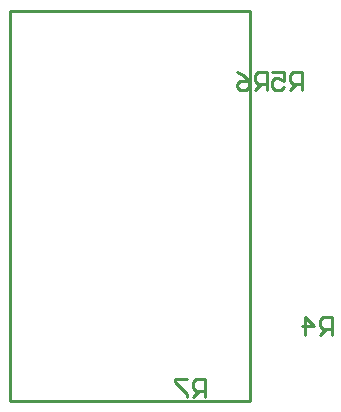
<source format=gbo>
G04 Layer_Color=32896*
%FSLAX24Y24*%
%MOIN*%
G70*
G01*
G75*
%ADD15C,0.0100*%
D15*
X46550Y27250D02*
X54550D01*
X46550Y14250D02*
Y27250D01*
Y14250D02*
X54550D01*
Y27250D01*
X53054Y14375D02*
Y14974D01*
X52754D01*
X52654Y14874D01*
Y14674D01*
X52754Y14574D01*
X53054D01*
X52854D02*
X52654Y14375D01*
X52454Y14974D02*
X52054D01*
Y14874D01*
X52454Y14475D01*
Y14375D01*
X57283Y16437D02*
Y17037D01*
X56984D01*
X56884Y16937D01*
Y16737D01*
X56984Y16637D01*
X57283D01*
X57084D02*
X56884Y16437D01*
X56384D02*
Y17037D01*
X56684Y16737D01*
X56284D01*
X56299Y24606D02*
Y25206D01*
X55999D01*
X55899Y25106D01*
Y24906D01*
X55999Y24806D01*
X56299D01*
X56099D02*
X55899Y24606D01*
X55300Y25206D02*
X55699D01*
Y24906D01*
X55499Y25006D01*
X55399D01*
X55300Y24906D01*
Y24706D01*
X55399Y24606D01*
X55599D01*
X55699Y24706D01*
X55118Y24606D02*
Y25206D01*
X54818D01*
X54718Y25106D01*
Y24906D01*
X54818Y24806D01*
X55118D01*
X54918D02*
X54718Y24606D01*
X54118Y25206D02*
X54318Y25106D01*
X54518Y24906D01*
Y24706D01*
X54418Y24606D01*
X54218D01*
X54118Y24706D01*
Y24806D01*
X54218Y24906D01*
X54518D01*
M02*

</source>
